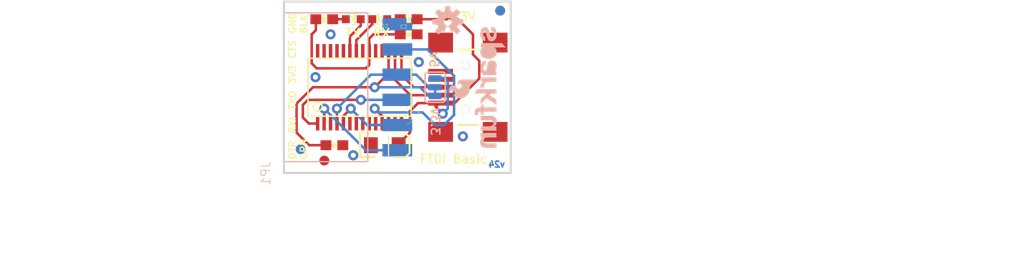
<source format=kicad_pcb>
(kicad_pcb (version 20211014) (generator pcbnew)
  (layers (0 "F.Cu" signal) (31 "B.Cu" signal) (34 "B.Paste" user) (35 "F.Paste" user) (36 "B.SilkS" user "B.Silkscreen") (37 "F.SilkS" user "F.Silkscreen") (38 "B.Mask" user) (39 "F.Mask" user) (44 "Edge.Cuts" user))
  (net 0 "")
  (net 1 "GND")
  (net 2 "USB_D-")
  (net 3 "USB_D+")
  (net 4 "CTS")
  (net 5 "DTR")
  (net 6 "3.3V")
  (net 7 "TXLED")
  (net 8 "RXLED")
  (net 9 "N$1")
  (net 10 "N$2")
  (net 11 "TXO")
  (net 12 "RXI")
  (net 13 "POWER")
  (net 14 "5V")
  (footprint "boardEagle:LED-0603" (layer "F.Cu") (at 146.7231 98.1456 90)
    (fp_text reference "LED2" (at -0.6985 0.889) (layer "F.SilkS") (effects (font (size 0.376489 0.376489) (thickness 0.029911)) (justify right)))
    (fp_text value "Green")
    (fp_line (start 0 -0.17) (end 0.2338 0.14) (layer "F.SilkS") (width 0.2032))
    (fp_line (start 0.46 -0.17) (end 0 -0.17) (layer "F.SilkS") (width 0.2032))
    (fp_line (start -0.0254 -0.1546) (end -0.2184 0.14) (layer "F.SilkS") (width 0.2032))
    (fp_line (start -0.46 -0.17) (end 0 -0.17) (layer "F.SilkS") (width 0.2032))
    (pad "A" smd rect (at 0 0.75 90) (size 0.8 0.8) (layers "F.Cu" "F.Paste" "F.Mask") (net 10 "N$2"))
    (pad "C" smd rect (at 0 -0.75 90) (size 0.8 0.8) (layers "F.Cu" "F.Paste" "F.Mask") (net 8 "RXLED"))
  )
  (footprint "boardEagle:CREATIVE_COMMONS" (layer "F.Cu") (at 128.764644 123.7996)
    (fp_text reference "FRAME1" hide)
    (fp_text value "FRAME-LETTER" hide)
  )
  (footprint "boardEagle:LED-0603" (layer "F.Cu") (at 144.0561 98.1456 -90)
    (fp_text reference "LED1" (at -0.6985 0.889) (layer "F.SilkS") (effects (font (size 0.376489 0.376489) (thickness 0.029911)) (justify left)))
    (fp_text value "Red")
    (fp_line (start 0 -0.17) (end 0.2338 0.14) (layer "F.SilkS") (width 0.2032))
    (fp_line (start -0.46 -0.17) (end 0 -0.17) (layer "F.SilkS") (width 0.2032))
    (fp_line (start -0.0254 -0.1546) (end -0.2184 0.14) (layer "F.SilkS") (width 0.2032))
    (fp_line (start 0.46 -0.17) (end 0 -0.17) (layer "F.SilkS") (width 0.2032))
    (pad "A" smd rect (at 0 0.75 270) (size 0.8 0.8) (layers "F.Cu" "F.Paste" "F.Mask") (net 9 "N$1"))
    (pad "C" smd rect (at 0 -0.75 270) (size 0.8 0.8) (layers "F.Cu" "F.Paste" "F.Mask") (net 7 "TXLED"))
  )
  (footprint "boardEagle:FIDUCIAL-1X2" (layer "F.Cu") (at 158.8643 97.282)
    (fp_text reference "JP4" hide)
    (fp_text value "FIDUCIAL1X2" hide)
    (pad "1" smd roundrect (at 0 0) (size 1 1) (layers "F.Cu" "F.Mask") (roundrect_rratio 0.5))
  )
  (footprint "boardEagle:EIA3216" (layer "F.Cu") (at 147.2311 110.8456)
    (fp_text reference "C5" (at -2.54 -1.381) (layer "F.SilkS") (effects (font (size 0.376489 0.376489) (thickness 0.029911)) (justify left)))
    (fp_text value "10uF")
    (fp_line (start -2.5 1.2) (end -2.5 -1.2) (layer "F.SilkS") (width 0.2032))
    (fp_line (start 2.1 -1.2) (end 1 -1.2) (layer "F.SilkS") (width 0.2032))
    (fp_line (start 0.381 -1.016) (end 0.381 1.016) (layer "F.SilkS") (width 0.127))
    (fp_line (start 2.5 0.8) (end 2.5 -0.8) (layer "F.SilkS") (width 0.2032))
    (fp_line (start 1 1.2) (end 2.1 1.2) (layer "F.SilkS") (width 0.2032))
    (fp_line (start -2.5 -1.2) (end -1 -1.2) (layer "F.SilkS") (width 0.2032))
    (fp_line (start -1 1.2) (end -2.5 1.2) (layer "F.SilkS") (width 0.2032))
    (fp_line (start 2.5 -0.8) (end 2.1 -1.2) (layer "F.SilkS") (width 0.2032))
    (fp_line (start 2.1 1.2) (end 2.5 0.8) (layer "F.SilkS") (width 0.2032))
    (pad "A" smd rect (at 1.4 0 90) (size 1.6 1.4) (layers "F.Cu" "F.Paste" "F.Mask") (net 14 "5V"))
    (pad "C" smd rect (at -1.4 0 90) (size 1.6 1.4) (layers "F.Cu" "F.Paste" "F.Mask") (net 1 "GND"))
  )
  (footprint "boardEagle:0603-CAP" (layer "F.Cu") (at 149.6441 99.6696)
    (fp_text reference "C2" (at -0.889 -0.762) (layer "F.SilkS") (effects (font (size 0.376489 0.376489) (thickness 0.029911)) (justify left)))
    (fp_text value "0.1uF")
    (fp_line (start 0 -0.0305) (end 0 0.0305) (layer "F.SilkS") (width 0.5588))
    (pad "1" smd rect (at -0.85 0) (size 1.1 1) (layers "F.Cu" "F.Paste" "F.Mask") (net 14 "5V"))
    (pad "2" smd rect (at 0.85 0) (size 1.1 1) (layers "F.Cu" "F.Paste" "F.Mask") (net 1 "GND"))
  )
  (footprint "boardEagle:FIDUCIAL-1X2" (layer "F.Cu") (at 141.1351 112.395)
    (fp_text reference "JP3" hide)
    (fp_text value "FIDUCIAL1X2" hide)
    (pad "1" smd roundrect (at 0 0) (size 1 1) (layers "F.Cu" "F.Mask") (roundrect_rratio 0.5))
  )
  (footprint "boardEagle:SSOP28DB" (layer "F.Cu") (at 144.6911 105.0036)
    (fp_text reference "U1" (at -3.81 -1.27) (layer "F.SilkS") (effects (font (size 0.373888 0.373888) (thickness 0.032512)) (justify left bottom)))
    (fp_text value "FT232RLSSOP")
    (fp_line (start -5.2 2.925) (end -5.2 -2.925) (layer "F.SilkS") (width 0.1524))
    (fp_line (start -5.2 -2.925) (end 5.2 -2.925) (layer "F.SilkS") (width 0.1524))
    (fp_line (start 5.2 2.925) (end -5.2 2.925) (layer "F.SilkS") (width 0.1524))
    (fp_line (start 5.2 -2.925) (end 5.2 2.925) (layer "F.SilkS") (width 0.1524))
    (fp_circle (center -4.225 1.95) (end -3.7654 1.95) (layer "F.SilkS") (width 0.1524) (fill none))
    (pad "1" smd rect (at -4.225 3.656) (size 0.348 1.397) (layers "F.Cu" "F.Paste" "F.Mask") (net 11 "TXO"))
    (pad "2" smd rect (at -3.575 3.656) (size 0.348 1.397) (layers "F.Cu" "F.Paste" "F.Mask") (net 5 "DTR"))
    (pad "3" smd rect (at -2.925 3.656) (size 0.348 1.397) (layers "F.Cu" "F.Paste" "F.Mask"))
    (pad "4" smd rect (at -2.275 3.656) (size 0.348 1.397) (layers "F.Cu" "F.Paste" "F.Mask") (net 13 "POWER"))
    (pad "5" smd rect (at -1.625 3.656) (size 0.348 1.397) (layers "F.Cu" "F.Paste" "F.Mask") (net 12 "RXI"))
    (pad "6" smd rect (at -0.975 3.656) (size 0.348 1.397) (layers "F.Cu" "F.Paste" "F.Mask"))
    (pad "7" smd rect (at -0.325 3.656) (size 0.348 1.397) (layers "F.Cu" "F.Paste" "F.Mask") (net 1 "GND"))
    (pad "8" smd rect (at 0.325 3.656) (size 0.348 1.397) (layers "F.Cu" "F.Paste" "F.Mask"))
    (pad "9" smd rect (at 0.975 3.656) (size 0.348 1.397) (layers "F.Cu" "F.Paste" "F.Mask"))
    (pad "10" smd rect (at 1.625 3.656) (size 0.348 1.397) (layers "F.Cu" "F.Paste" "F.Mask"))
    (pad "11" smd rect (at 2.275 3.656) (size 0.348 1.397) (layers "F.Cu" "F.Paste" "F.Mask") (net 4 "CTS"))
    (pad "12" smd rect (at 2.925 3.656) (size 0.348 1.397) (layers "F.Cu" "F.Paste" "F.Mask"))
    (pad "13" smd rect (at 3.575 3.656) (size 0.348 1.397) (layers "F.Cu" "F.Paste" "F.Mask"))
    (pad "14" smd rect (at 4.225 3.656) (size 0.348 1.397) (layers "F.Cu" "F.Paste" "F.Mask"))
    (pad "15" smd rect (at 4.225 -3.656) (size 0.348 1.397) (layers "F.Cu" "F.Paste" "F.Mask") (net 3 "USB_D+"))
    (pad "16" smd rect (at 3.575 -3.656) (size 0.348 1.397) (layers "F.Cu" "F.Paste" "F.Mask") (net 2 "USB_D-"))
    (pad "17" smd rect (at 2.925 -3.656) (size 0.348 1.397) (layers "F.Cu" "F.Paste" "F.Mask") (net 6 "3.3V"))
    (pad "18" smd rect (at 2.275 -3.656) (size 0.348 1.397) (layers "F.Cu" "F.Paste" "F.Mask") (net 1 "GND"))
    (pad "19" smd rect (at 1.625 -3.656) (size 0.348 1.397) (layers "F.Cu" "F.Paste" "F.Mask"))
    (pad "20" smd rect (at 0.975 -3.656) (size 0.348 1.397) (layers "F.Cu" "F.Paste" "F.Mask") (net 14 "5V"))
    (pad "21" smd rect (at 0.325 -3.656) (size 0.348 1.397) (layers "F.Cu" "F.Paste" "F.Mask") (net 1 "GND"))
    (pad "22" smd rect (at -0.325 -3.656) (size 0.348 1.397) (layers "F.Cu" "F.Paste" "F.Mask") (net 8 "RXLED"))
    (pad "23" smd rect (at -0.975 -3.656) (size 0.348 1.397) (layers "F.Cu" "F.Paste" "F.Mask") (net 7 "TXLED"))
    (pad "24" smd rect (at -1.625 -3.656) (size 0.348 1.397) (layers "F.Cu" "F.Paste" "F.Mask"))
    (pad "25" smd rect (at -2.275 -3.656) (size 0.348 1.397) (layers "F.Cu" "F.Paste" "F.Mask") (net 1 "GND"))
    (pad "26" smd rect (at -2.925 -3.656) (size 0.348 1.397) (layers "F.Cu" "F.Paste" "F.Mask") (net 1 "GND"))
    (pad "27" smd rect (at -3.575 -3.656) (size 0.348 1.397) (layers "F.Cu" "F.Paste" "F.Mask"))
    (pad "28" smd rect (at -4.225 -3.656) (size 0.348 1.397) (layers "F.Cu" "F.Paste" "F.Mask"))
  )
  (footprint "boardEagle:0603-CAP" (layer "F.Cu") (at 142.1511 110.8456)
    (fp_text reference "C1" (at -0.889 -0.762) (layer "F.SilkS") (effects (font (size 0.376489 0.376489) (thickness 0.029911)) (justify left)))
    (fp_text value "0.1uF")
    (fp_line (start 0 -0.0305) (end 0 0.0305) (layer "F.SilkS") (width 0.5588))
    (pad "1" smd rect (at -0.85 0) (size 1.1 1) (layers "F.Cu" "F.Paste" "F.Mask") (net 6 "3.3V"))
    (pad "2" smd rect (at 0.85 0) (size 1.1 1) (layers "F.Cu" "F.Paste" "F.Mask") (net 1 "GND"))
  )
  (footprint "boardEagle:USB-MINIB-NOSTOP" (layer "F.Cu") (at 155.3591 105.0036 180)
    (fp_text reference "X2" (at 5.2275 -1.5875 90) (layer "F.SilkS") (effects (font (size 1.240089 1.240089) (thickness 0.029911)) (justify right)))
    (fp_text value "USB-SMD-NS" hide)
    (fp_line (start 3.3 2.2) (end 3.3 3.1) (layer "F.SilkS") (width 0.2032))
    (fp_line (start -1.3 -3.8) (end 0.8 -3.8) (layer "F.SilkS") (width 0.2032))
    (fp_line (start 3.3 -3.1) (end 3.3 -2.2) (layer "F.SilkS") (width 0.2032))
    (fp_line (start 0.8 3.8) (end -1.3 3.8) (layer "F.SilkS") (width 0.2032))
    (pad "D+" smd rect (at 2.5 0 180) (size 2.5 0.5) (layers "F.Cu" "F.Paste" "F.Mask") (net 3 "USB_D+"))
    (pad "D-" smd rect (at 2.5 -0.8 180) (size 2.5 0.5) (layers "F.Cu" "F.Paste" "F.Mask") (net 2 "USB_D-"))
    (pad "G1" smd rect (at -3 4.5 180) (size 2.5 2) (layers "F.Cu" "F.Paste" "F.Mask"))
    (pad "G2" smd rect (at -3 -4.5 180) (size 2.5 2) (layers "F.Cu" "F.Paste" "F.Mask"))
    (pad "G3" smd rect (at 2.5 -4.5 180) (size 2.5 2) (layers "F.Cu" "F.Paste" "F.Mask"))
    (pad "G4" smd rect (at 2.5 4.5 180) (size 2.5 2) (layers "F.Cu" "F.Paste" "F.Mask"))
    (pad "GND" smd rect (at 2.5 1.6 180) (size 2.5 0.5) (layers "F.Cu" "F.Paste" "F.Mask") (net 1 "GND"))
    (pad "H1" thru_hole circle (at 0 -2.2 180) (size 0.8 0.8) (drill 0.9) (layers *.Cu))
    (pad "H2" thru_hole circle (at 0 2.2 180) (size 0.7874 0.7874) (drill 0.9) (layers *.Cu))
    (pad "ID" smd rect (at 2.5 0.8 180) (size 2.5 0.5) (layers "F.Cu" "F.Paste" "F.Mask"))
    (pad "VBUS" smd rect (at 2.5 -1.6 180) (size 2.5 0.5) (layers "F.Cu" "F.Paste" "F.Mask") (net 14 "5V"))
  )
  (footprint "boardEagle:0603-RES" (layer "F.Cu") (at 149.6441 98.1456)
    (fp_text reference "R2" (at -0.889 -0.6985) (layer "F.SilkS") (effects (font (size 0.376489 0.376489) (thickness 0.029911)) (justify left)))
    (fp_text value "1K")
    (fp_poly (pts (xy -0.2286 0.381) (xy 0.2286 0.381) (xy 0.2286 -0.381) (xy -0.2286 -0.381)) (layer "F.SilkS") (width 0) (fill solid))
    (pad "1" smd rect (at -0.85 0) (size 1.1 1) (layers "F.Cu" "F.Paste" "F.Mask") (net 10 "N$2"))
    (pad "2" smd rect (at 0.85 0) (size 1.1 1) (layers "F.Cu" "F.Paste" "F.Mask") (net 14 "5V"))
  )
  (footprint "boardEagle:0603-RES" (layer "F.Cu") (at 141.1351 98.1456 180)
    (fp_text reference "R1" (at -0.889 -0.6985) (layer "F.SilkS") (effects (font (size 0.376489 0.376489) (thickness 0.029911)) (justify right)))
    (fp_text value "1K")
    (fp_poly (pts (xy -0.2286 0.381) (xy 0.2286 0.381) (xy 0.2286 -0.381) (xy -0.2286 -0.381)) (layer "F.SilkS") (width 0) (fill solid))
    (pad "1" smd rect (at -0.85 0 180) (size 1.1 1) (layers "F.Cu" "F.Paste" "F.Mask") (net 9 "N$1"))
    (pad "2" smd rect (at 0.85 0 180) (size 1.1 1) (layers "F.Cu" "F.Paste" "F.Mask") (net 14 "5V"))
  )
  (footprint "boardEagle:SFE-NEW-WEB" (layer "B.Cu") (at 159.4231 98.9076 -90)
    (fp_text reference "U$2" hide)
    (fp_text value "LOGO-SFENW2" hide)
    (fp_line (start 12.1818 2.0091) (end 12.1818 0.955) (layer "B.SilkS") (width 0.0254))
    (fp_line (start 12.1818 0.955) (end 11.7729 0.955) (layer "B.SilkS") (width 0.0254))
    (fp_line (start 11.1201 2.5171) (end 11.1201 2.2962) (layer "B.SilkS") (width 0.0254))
    (fp_line (start 11.1201 2.2962) (end 11.1277 2.2962) (layer "B.SilkS") (width 0.0254))
    (fp_line (start 10.7163 2.5171) (end 11.1201 2.5171) (layer "B.SilkS") (width 0.0254))
    (fp_line (start 11.7729 0.955) (end 11.7729 1.9202) (layer "B.SilkS") (width 0.0254))
    (fp_line (start 11.1379 0.9449) (end 10.7163 0.9449) (layer "B.SilkS") (width 0.0254))
    (fp_line (start 11.1379 1.8136) (end 11.1379 0.9449) (layer "B.SilkS") (width 0.0254))
    (fp_line (start 10.7163 0.9449) (end 10.7163 2.5171) (layer "B.SilkS") (width 0.0254))
    (fp_arc (start 11.1277 2.2962) (mid 11.137379 2.298176) (end 11.1455 2.3038) (layer "B.SilkS") (width 0.0254))
    (fp_arc (start 12.1488 2.232699) (mid 12.104013 2.336521) (end 12.0345 2.4257) (layer "B.SilkS") (width 0.0254))
    (fp_arc (start 11.1862 2.3571) (mid 11.172158 2.338081) (end 11.1582 2.319) (layer "B.SilkS") (width 0.0254))
    (fp_arc (start 11.5672 2.5552) (mid 11.411238 2.523841) (end 11.2725 2.446) (layer "B.SilkS") (width 0.0254))
    (fp_arc (start 11.7145 2.1311) (mid 11.664346 2.1894) (end 11.5976 2.2276) (layer "B.SilkS") (width 0.0254))
    (fp_arc (start 11.7678 2.5502) (mid 11.667584 2.556058) (end 11.5672 2.5552) (layer "B.SilkS") (width 0.0254))
    (fp_arc (start 11.7729 1.9202) (mid 11.758038 2.02962) (end 11.7145 2.1311) (layer "B.SilkS") (width 0.0254))
    (fp_arc (start 11.1379 1.8821) (mid 11.137681 1.84785) (end 11.1379 1.8136) (layer "B.SilkS") (width 0.0254))
    (fp_arc (start 12.0345 2.425699) (mid 11.911985 2.51116) (end 11.7678 2.5502) (layer "B.SilkS") (width 0.0254))
    (fp_arc (start 11.4198 2.2327) (mid 11.475702 2.235165) (end 11.5316 2.2377) (layer "B.SilkS") (width 0.0254))
    (fp_arc (start 11.1684 2.0396) (mid 11.146105 1.962214) (end 11.1379 1.8821) (layer "B.SilkS") (width 0.0254))
    (fp_arc (start 11.2598 2.1692) (mid 11.206137 2.110016) (end 11.1684 2.0396) (layer "B.SilkS") (width 0.0254))
    (fp_arc (start 12.1818 2.0091) (mid 12.172765 2.122002) (end 12.1488 2.2327) (layer "B.SilkS") (width 0.0254))
    (fp_arc (start 11.5976 2.2276) (mid 11.565101 2.235925) (end 11.5316 2.2377) (layer "B.SilkS") (width 0.0254))
    (fp_arc (start 11.1455 2.3038) (mid 11.152103 2.311188) (end 11.1582 2.319) (layer "B.SilkS") (width 0.0254))
    (fp_arc (start 11.4198 2.2327) (mid 11.334441 2.214452) (end 11.259799 2.1692) (layer "B.SilkS") (width 0.0254))
    (fp_arc (start 11.2725 2.446) (mid 11.226399 2.404414) (end 11.1862 2.3571) (layer "B.SilkS") (width 0.0254))
    (fp_poly (pts (xy 0.803285 2.567895) (xy 0.944243 2.553799) (xy 1.081508 2.516334) (xy 1.193542 2.461399) (xy 1.291841 2.383865) (xy 1.357039 2.297824) (xy 1.377068 2.257603) (xy 1.393653 2.216867) (xy 1.417283 2.151914) (xy 1.353784 2.105111) (xy 1.152335 2.254241) (xy 0.736496 2.387002) (xy 0.372563 2.277101) (xy 0.417885 2.019712) (xy 1.241556 1.540676) (xy 1.263422 1.497067) (xy 1.147655 1.152457) (xy 0.724605 1.058492) (xy -0.038666 1.4605) (xy 0.4115 1.4605) (xy 0.4115 1.443466) (xy 0.420402 1.369907) (xy 0.454647 1.305856) (xy 0.524204 1.243359) (xy 0.610838 1.206018) (xy 0.637726 1.200933) (xy 0.665996 1.198897) (xy 0.7328 1.198389) (xy 0.79791 1.198884) (xy 0.968129 1.258019) (xy 1.007666 1.302193) (xy 1.028603 1.358428) (xy 1.025789 1.425439) (xy 0.995864 1.485288) (xy 0.943734 1.527918) (xy 0.715431 1.605731) (xy 0.533161 1.644154) (xy 0.351479 1.692254) (xy 0.230117 1.743632) (xy 0.122357 1.822697) (xy 0.0457 1.960096) (xy 0.0457 1.963141) (xy 0.038572 2.135467) (xy 0.0838 2.300409) (xy 0.0838 2.303445) (xy 0.206233 2.444416) (xy 0.620397 2.567885) (xy 0.71245 2.568634)) (layer "B.SilkS") (width 0) (fill solid))
    (fp_poly (pts (xy 2.834651 2.506079) (xy 2.92707 2.450683) (xy 3.011605 2.383731) (xy 3.1267 2.221709) (xy 3.1267 2.263503) (xy 3.219434 1.972794) (xy 3.236098 1.526727) (xy 3.068933 1.135798) (xy 2.975978 1.041462) (xy 2.864973 0.970996) (xy 2.740356 0.92713) (xy 2.372489 0.922) (xy 2.370226 0.922) (xy 2.254471 0.962806) (xy 2.0828 1.127587) (xy 2.0828 -0.010757) (xy 1.6434 0.385552) (xy 1.6434 2.45912) (xy 2.057593 2.537568) (xy 2.055012 2.330538) (xy 2.068304 2.345345) (xy 2.15812 2.442839) (xy 2.234107 2.497896) (xy 2.368681 2.552194) (xy 2.419192 2.562883) (xy 2.620347 2.565422)) (layer "B.SilkS") (width 0) (fill solid))
    (fp_poly (pts (xy 11.770768 2.56283) (xy 12.043428 2.435548) (xy 12.160999 2.237024) (xy 12.1945 2.010032) (xy 12.1945 0.9423) (xy 11.7602 0.9423) (xy 11.7602 1.918474) (xy 11.70302 2.124971) (xy 11.656141 2.179464) (xy 11.593345 2.215403) (xy 11.53092 2.224956) (xy 11.476269 2.222478) (xy 11.422495 2.220106) (xy 11.268 2.158791) (xy 11.18035 2.034508) (xy 11.1506 1.880883) (xy 11.1506 0.9322) (xy 10.7036 0.9322) (xy 10.7036 2.5298) (xy 11.1328 2.5298) (xy 11.1328 2.310454) (xy 11.136857 2.313263) (xy 11.148195 2.326834) (xy 11.161924 2.345602) (xy 11.176241 2.364992) (xy 11.217267 2.413279) (xy 11.265048 2.456381) (xy 11.406772 2.535896) (xy 11.566093 2.567932)) (layer "B.SilkS") (width 0) (fill solid))
    (fp_poly (pts (xy 6.1316 2.557116) (xy 6.1316 2.1463) (xy 6.115783 2.1463) (xy 6.10653 2.147054) (xy 6.097893 2.149211) (xy 6.068387 2.157247) (xy 6.038922 2.161538) (xy 5.96265 2.16474) (xy 5.887609 2.16159) (xy 5.731931 2.107297) (xy 5.637642 2.018651) (xy 5.577302 1.903423) (xy 5.5499 1.736362) (xy 5.5499 0.9423) (xy 5.107878 0.9423) (xy 5.110519 2.454146) (xy 5.522 2.527255) (xy 5.522 2.234211) (xy 5.526569 2.235704) (xy 5.544428 2.262537) (xy 5.578841 2.314524) (xy 5.613758 2.367854) (xy 5.686736 2.438162) (xy 5.778008 2.498223) (xy 5.979984 2.565515)) (layer "B.SilkS") (width 0) (fill solid))
    (fp_poly (pts (xy 1.201557 2.290098) (xy 1.414074 2.156268) (xy 1.42383 2.065) (xy 1.01008 2.065) (xy 1.00135 2.126336) (xy 0.936084 2.220524) (xy 0.871818 2.257603) (xy 0.798545 2.2758) (xy 0.628591 2.2758) (xy 0.583991 2.267366) (xy 0.541641 2.251683) (xy 0.51157 2.232098) (xy 0.488615 2.205726) (xy 0.469153 2.152745) (xy 0.474605 2.097619) (xy 0.521549 2.031824) (xy 0.664468 1.962838) (xy 0.866638 1.922444) (xy 1.206678 1.822687) (xy 1.354318 1.729494) (xy 1.389578 1.692366) (xy 1.416579 1.648151) (xy 1.460229 1.440208) (xy 1.447804 1.4376) (xy 1.460484 1.436955) (xy 1.457817 1.384541) (xy 1.452657 1.33034) (xy 1.371775 1.140043) (xy 1.14885 0.969822) (xy 1.013381 0.927267) (xy 0.74708 0.904177) (xy 0.617383 0.909691) (xy 0.487493 0.922202) (xy 0.306845 0.984179) (xy 0.185213 1.061804) (xy 0.109225 1.132023) (xy 0.056988 1.2215) (xy 0.013059 1.350644) (xy 0.002577 1.410659) (xy -0.00152 1.469003) (xy 0.738195 1.10308) (xy 1.120535 1.189415) (xy 1.224069 1.497645) (xy 0.809011 1.723764) (xy 0.364394 1.98847) (xy 0.308075 2.310537) (xy 0.741882 2.423672)) (layer "B.SilkS") (width 0) (fill solid))
    (fp_poly (pts (xy 9.4234 1.520809) (xy 9.472888 1.359974) (xy 9.516069 1.308185) (xy 9.573108 1.271734) (xy 9.714103 1.241374) (xy 9.853529 1.268908) (xy 10.003067 1.442966) (xy 10.033 1.684784) (xy 10.033 2.5273) (xy 10.48 2.5273) (xy 10.48 0.9398) (xy 10.0533 0.9398) (xy 10.0533 1.159713) (xy 9.961626 1.051965) (xy 9.823848 0.946774) (xy 9.797269 0.933513) (xy 9.76873 0.924761) (xy 9.46843 0.899096) (xy 9.311419 0.929258) (xy 9.173895 1.0008) (xy 9.172522 1.0008) (xy 9.155194 1.014756) (xy 9.141833 1.028106) (xy 9.055991 1.150842) (xy 9.0022 1.291099) (xy 8.984 1.439423) (xy 8.984 2.5324) (xy 9.4234 2.5324)) (layer "B.SilkS") (width 0) (fill solid))
    (fp_poly (pts (xy 6.7335 1.97376) (xy 7.284539 2.5248) (xy 7.78835 2.5248) (xy 7.197009 1.946483) (xy 7.869909 0.937183) (xy 7.330929 0.939835) (xy 6.903958 1.643716) (xy 6.7386 1.483032) (xy 6.7386 0.9296) (xy 6.306639 0.9296) (xy 6.2941 0.942139) (xy 6.2941 2.887776) (xy 6.7335 3.138467)) (layer "B.SilkS") (width 0) (fill solid))
    (fp_poly (pts (xy 8.809435 3.119895) (xy 8.875117 3.1166) (xy 8.89 3.1166) (xy 8.89 2.7889) (xy 8.869112 2.7889) (xy 8.841108 2.7915) (xy 8.660351 2.7915) (xy 8.587936 2.740064) (xy 8.571192 2.699602) (xy 8.5649 2.653436) (xy 8.5649 2.5273) (xy 8.8621 2.5273) (xy 8.8621 2.2352) (xy 8.5623 2.2352) (xy 8.5623 0.9322) (xy 8.1204 0.9322) (xy 8.1204 2.232779) (xy 7.70383 2.235391) (xy 7.995739 2.5273) (xy 8.1255 2.5273) (xy 8.1255 2.560826) (xy 8.143432 2.77702) (xy 8.219199 2.938937) (xy 8.324367 3.032939) (xy 8.449534 3.095959) (xy 8.586403 3.1242) (xy 8.743112 3.1242)) (layer "B.SilkS") (width 0) (fill solid))
    (fp_poly (pts (xy 4.444983 2.544915) (xy 4.588724 2.501712) (xy 4.72259 2.430523) (xy 4.844814 2.271666) (xy 4.859671 2.1819) (xy 4.8616 2.1819) (xy 4.8616 1.6891) (xy 4.864173 1.6891) (xy 4.861603 1.242544) (xy 4.871819 1.108765) (xy 4.906709 0.979276) (xy 4.920484 0.9423) (xy 4.495275 0.9423) (xy 4.477494 0.951279) (xy 4.472002 0.970735) (xy 4.468249 0.985133) (xy 4.446292 1.084946) (xy 4.440321 1.089528) (xy 4.438946 1.088886) (xy 4.309064 0.98859) (xy 4.153188 0.927249) (xy 3.824183 0.906712) (xy 3.683825 0.938256) (xy 3.554173 1.000134) (xy 3.486826 1.05665) (xy 3.437273 1.130532) (xy 3.3807 1.444163) (xy 3.3807 1.446675) (xy 3.401941 1.543624) (xy 3.446308 1.632822) (xy 3.527788 1.722902) (xy 3.632416 1.784766) (xy 3.937258 1.861632) (xy 4.048648 1.873601) (xy 4.159032 1.884616) (xy 4.224808 1.893434) (xy 4.289167 1.907055) (xy 4.336271 1.923637) (xy 4.379043 1.948303) (xy 4.407461 1.974391) (xy 4.413402 1.982997) (xy 4.4171 1.991455) (xy 4.4171 2.14983) (xy 4.358226 2.232254) (xy 4.254396 2.270917) (xy 4.188033 2.274326) (xy 4.120968 2.275774) (xy 4.006679 2.25395) (xy 3.883049 2.131716) (xy 3.8659 2.045941) (xy 3.8659 2.0295) (xy 3.429 2.0295) (xy 3.429 2.040006) (xy 3.418965 2.041638) (xy 3.439259 2.166448) (xy 3.491292 2.283494) (xy 3.571378 2.383462) (xy 3.674008 2.459597) (xy 3.791998 2.513469) (xy 3.916944 2.547448) (xy 4.18103 2.571338)) (layer "B.SilkS") (width 0) (fill solid))
  )
  (footprint "boardEagle:SJ_3" (layer "B.Cu") (at 152.3111 105.0036 -90)
    (fp_text reference "SJ2" (at -1.27 1.27 90) (layer "B.SilkS") (effects (font (size 0.373888 0.373888) (thickness 0.032512)) (justify left bottom mirror)))
    (fp_text value "")
    (fp_line (start -1.524 -0.762) (end -1.524 0.762) (layer "B.SilkS") (width 0.1524))
    (fp_line (start 1.524 -0.762) (end 1.524 0.762) (layer "B.SilkS") (width 0.1524))
    (fp_line (start 1.27 -1.016) (end -1.27 -1.016) (layer "B.SilkS") (width 0.1524))
    (fp_line (start -1.27 1.016) (end 1.27 1.016) (layer "B.SilkS") (width 0.1524))
    (fp_arc (start -1.524 -0.762) (mid -1.449605 -0.941605) (end -1.27 -1.016) (layer "B.SilkS") (width 0.1524))
    (fp_arc (start 1.524 0.762) (mid 1.449605 0.941605) (end 1.27 1.016) (layer "B.SilkS") (width 0.1524))
    (fp_arc (start -1.27 1.016) (mid -1.449605 0.941605) (end -1.524 0.762) (layer "B.SilkS") (width 0.1524))
    (fp_arc (start 1.27 -1.016) (mid 1.449605 -0.941605) (end 1.524 -0.762) (layer "B.SilkS") (width 0.1524))
    (pad "1" smd rect (at -0.889 0 270) (size 0.635 1.27) (layers "B.Cu" "B.Mask") (net 14 "5V"))
    (pad "2" smd rect (at 0 0 270) (size 0.635 1.27) (layers "B.Cu" "B.Mask") (net 13 "POWER"))
    (pad "3" smd rect (at 0.889 0 270) (size 0.635 1.27) (layers "B.Cu" "B.Mask") (net 6 "3.3V"))
  )
  (footprint "boardEagle:FIDUCIAL-1X2" (layer "B.Cu") (at 158.8643 97.282 180)
    (fp_text reference "JP6" hide)
    (fp_text value "FIDUCIAL1X2" hide)
    (pad "1" smd roundrect (at 0 0 180) (size 1 1) (layers "B.Cu" "B.Mask") (roundrect_rratio 0.5))
  )
  (footprint "boardEagle:FIDUCIAL-1X2" (layer "B.Cu") (at 138.7475 111.252 180)
    (fp_text reference "JP5" hide)
    (fp_text value "FIDUCIAL1X2" hide)
    (pad "1" smd roundrect (at 0 0 180) (size 1 1) (layers "B.Cu" "B.Mask") (roundrect_rratio 0.5))
  )
  (footprint "boardEagle:OSHW-LOGO-S" (layer "B.Cu") (at 153.5811 98.3996 180)
    (fp_text reference "LOGO1" hide)
    (fp_text value "OSHW-LOGOS" hide)
    (fp_poly (pts (xy 0.301647 1.061351) (xy 0.42347 1.022344) (xy 0.537177 0.963769) (xy 0.92862 1.282946) (xy 1.282946 0.92862) (xy 0.961035 0.533823) (xy 1.057046 0.302084) (xy 1.5638 0.250561) (xy 1.5638 -0.250561) (xy 1.057046 -0.302084) (xy 0.961035 -0.533823) (xy 1.282946 -0.92862) (xy 0.92862 -1.282946) (xy 0.537177 -0.96377) (xy 0.356601 -1.056794) (xy 0.088679 -0.410073) (xy 0.326262 -0.2176) (xy 0.373649 -0.121468) (xy 0.392729 -0.010339) (xy 0.379464 0.101634) (xy 0.334947 0.205229) (xy 0.262842 0.291918) (xy 0.169087 0.354561) (xy 0.061406 0.387999) (xy -0.051342 0.38948) (xy -0.159868 0.358881) (xy -0.255234 0.298724) (xy -0.329589 0.213962) (xy -0.376813 0.111569) (xy -0.392176 0.005767) (xy -0.322923 -0.222565) (xy -0.249312 -0.303773) (xy 0.091677 -0.5081) (xy -0.12929 -0.5081) (xy -0.355332 -1.053732) (xy -0.506597 -0.983577) (xy -0.538922 -0.965192) (xy -0.92862 -1.282946) (xy -1.282946 -0.92862) (xy -0.961035 -0.533823) (xy -1.057046 -0.302084) (xy -1.5638 -0.250561) (xy -1.5638 0.250561) (xy -1.057046 0.302084) (xy -0.961035 0.533823) (xy -1.282946 0.92862) (xy -0.92862 1.282946) (xy -0.533823 0.961035) (xy -0.302084 1.057046) (xy -0.250561 1.5638) (xy 0.250561 1.5638)) (layer "B.SilkS") (width 0) (fill solid))
  )
  (footprint "boardEagle:SFE-LOGO-FLAME" (layer "B.Cu") (at 156.5021 104.2416 -90)
    (fp_text reference "JP2" hide)
    (fp_text value "LOGO-SFESK" hide)
    (fp_poly (pts (xy 1.126002 2.808203) (xy 1.215449 2.785829) (xy 1.228477 2.780783) (xy 1.240149 2.774875) (xy 1.25686 2.766576) (xy 1.275552 2.759834) (xy 1.371694 2.7026) (xy 1.3793 2.7026) (xy 1.3793 2.6772) (xy 1.306833 2.6772) (xy 1.208418 2.657914) (xy 1.074855 2.495286) (xy 1.079365 2.436825) (xy 1.12809 2.341869) (xy 1.204666 2.265196) (xy 1.294069 2.200638) (xy 1.369348 2.168824) (xy 1.450737 2.171632) (xy 1.458864 2.174186) (xy 1.466257 2.177389) (xy 1.530514 2.236956) (xy 1.5368 2.259812) (xy 1.5368 2.377938) (xy 1.763707 2.148127) (xy 1.868186 1.856841) (xy 1.871603 1.856894) (xy 1.87806 1.650435) (xy 1.848857 1.45742) (xy 1.785308 1.272842) (xy 1.6663 1.061578) (xy 1.6663 1.080581) (xy 1.378131 0.80901) (xy 0.982239 0.6985) (xy 0.753005 0.6985) (xy 0.716201 0.692046) (xy 0.681776 0.679592) (xy 0.496322 0.541784) (xy -0.0126 -0.03091) (xy -0.0126 1.52077) (xy 0.060004 1.761967) (xy 0.168295 1.865489) (xy 0.307122 1.917522) (xy 0.4039 1.925089) (xy 0.499384 1.917623) (xy 0.55991 1.908099) (xy 0.557788 1.884433) (xy 0.522216 1.885242) (xy 0.501784 1.876141) (xy 0.420519 1.817154) (xy 0.400722 1.79067) (xy 0.390395 1.7285) (xy 0.400905 1.665229) (xy 0.421405 1.625174) (xy 0.452343 1.592685) (xy 0.546535 1.54355) (xy 0.652229 1.531742) (xy 0.742768 1.550084) (xy 0.82422 1.589656) (xy 0.92203 1.754659) (xy 0.907706 1.848844) (xy 0.850914 1.930401) (xy 0.584707 2.263237) (xy 0.561667 2.510855) (xy 0.627495 2.621556) (xy 0.629042 2.623103) (xy 0.778901 2.74712) (xy 1.032676 2.817064)) (layer "B.SilkS") (width 0) (fill solid))
  )
  (footprint "boardEagle:1X06-SMD-FEMALE-V2" (layer "B.Cu") (at 145.0721 105.0036 90)
    (fp_text reference "JP1" (at -7.4 -9.3 270) (layer "B.SilkS") (effects (font (size 0.92 0.92) (thickness 0.08)) (justify left bottom mirror)))
    (fp_text value "")
    (fp_line (start -7.5 0.45) (end -7.5 -8.05) (layer "B.SilkS") (width 0.127))
    (fp_line (start 7.5 -8.05) (end 7.5 0.45) (layer "B.SilkS") (width 0.127))
    (fp_line (start -7.5 -8.05) (end 7.5 -8.05) (layer "B.SilkS") (width 0.127))
    (fp_line (start 7.5 0.45) (end -7.5 0.45) (layer "B.SilkS") (width 0.127))
    (pad "1" smd rect (at 6.35 3.425 270) (size 1.25 3) (layers "B.Cu" "B.Paste" "B.Mask") (net 1 "GND"))
    (pad "2" smd rect (at 3.81 3.425 270) (size 1.25 3) (layers "B.Cu" "B.Paste" "B.Mask") (net 4 "CTS"))
    (pad "3" smd rect (at 1.27 3.425 270) (size 1.25 3) (layers "B.Cu" "B.Paste" "B.Mask") (net 13 "POWER"))
    (pad "4" smd rect (at -1.27 3.425 270) (size 1.25 3) (layers "B.Cu" "B.Paste" "B.Mask") (net 11 "TXO"))
    (pad "5" smd rect (at -3.81 3.425 270) (size 1.25 3) (layers "B.Cu" "B.Paste" "B.Mask") (net 12 "RXI"))
    (pad "6" smd rect (at -6.35 3.425 270) (size 1.25 3) (layers "B.Cu" "B.Paste" "B.Mask") (net 5 "DTR"))
  )
  (gr_line (start 137.0711 96.3676) (end 159.9311 96.3676) (layer "Edge.Cuts") (width 0.2032))
  (gr_line (start 159.9311 113.6396) (end 137.0711 113.6396) (layer "Edge.Cuts") (width 0.2032))
  (gr_line (start 137.0711 113.6396) (end 137.0711 96.3676) (layer "Edge.Cuts") (width 0.2032))
  (gr_line (start 159.9311 96.3676) (end 159.9311 113.6396) (layer "Edge.Cuts") (width 0.2032))
  (gr_text "v24" (at 159.4231 113.1316) (layer "B.Cu") (effects (font (size 0.6096 0.6096) (thickness 0.2032)) (justify left bottom mirror)))
  (gr_text "5V" (at 151.6761 103.0986 -90) (layer "B.SilkS") (effects (font (size 0.8636 0.8636) (thickness 0.1524)) (justify left bottom mirror)))
  (gr_text "3.3V" (at 151.8031 109.9566 -90) (layer "B.SilkS") (effects (font (size 0.8636 0.8636) (thickness 0.1524)) (justify left bottom mirror)))
  (gr_text "BLK" (at 139.4841 99.6696 90) (layer "F.SilkS") (effects (font (size 0.69088 0.69088) (thickness 0.12192)) (justify left bottom)))
  (gr_text "FTDI Basic" (at 150.6601 112.7506) (layer "F.SilkS") (effects (font (size 0.8636 0.8636) (thickness 0.1524)) (justify left bottom)))
  (gr_text "GND" (at 138.3411 99.6696 90) (layer "F.SilkS") (effects (font (size 0.69088 0.69088) (thickness 0.12192)) (justify left bottom)))
  (gr_text "3.3V" (at 153.4541 98.3996) (layer "F.SilkS") (effects (font (size 0.8636 0.8636) (thickness 0.1524)) (justify left bottom)))
  (gr_text "GRN" (at 139.4841 112.3696 90) (layer "F.SilkS") (effects (font (size 0.69088 0.69088) (thickness 0.12192)) (justify left bottom)))
  (gr_text "RX" (at 145.9611 100.0506) (layer "F.SilkS") (effects (font (size 0.8636 0.8636) (thickness 0.1524)) (justify left bottom)))
  (gr_text "TX" (at 143.1671 100.0506) (layer "F.SilkS") (effects (font (size 0.8636 0.8636) (thickness 0.1524)) (justify left bottom)))
  (gr_text "CTS" (at 138.3157 102.2096 90) (layer "F.SilkS") (effects (font (size 0.69088 0.69088) (thickness 0.12192)) (justify left bottom)))
  (gr_text "RXI" (at 138.3411 109.7534 90) (layer "F.SilkS") (effects (font (size 0.69088 0.69088) (thickness 0.12192)) (justify left bottom)))
  (gr_text "TXO" (at 138.3411 107.3404 90) (layer "F.SilkS") (effects (font (size 0.69088 0.69088) (thickness 0.12192)) (justify left bottom)))
  (gr_text "3V3" (at 138.3411 104.775 90) (layer "F.SilkS") (effects (font (size 0.69088 0.69088) (thickness 0.12192)) (justify left bottom)))
  (gr_text "DTR" (at 138.3411 112.3696 90) (layer "F.SilkS") (effects (font (size 0.69088 0.69088) (thickness 0.12192)) (justify left bottom)))
  (via (at 144.0561 111.8616) (size 1.016) (drill 0.508) (layers "F.Cu" "B.Cu") (net 1))
  (via (at 141.7701 99.6696) (size 1.016) (drill 0.508) (layers "F.Cu" "B.Cu") (net 1))
  (via (at 140.2461 103.9876) (size 1.016) (drill 0.508) (layers "F.Cu" "B.Cu") (net 1))
  (via (at 155.1051 109.9566) (size 1.016) (drill 0.508) (layers "F.Cu" "B.Cu") (net 1))
  (via (at 150.6601 102.4636) (size 1.016) (drill 0.508) (layers "F.Cu" "B.Cu") (net 1))
  (segment (start 148.2661 104.2606) (end 149.8091 105.8036) (width 0.254) (layer "F.Cu") (net 2))
  (segment (start 148.2661 104.2606) (end 148.2661 101.3476) (width 0.254) (layer "F.Cu") (net 2))
  (segment (start 149.8091 105.8036) (end 152.8591 105.8036) (width 0.254) (layer "F.Cu") (net 2))
  (segment (start 148.9161 103.7676) (end 150.1521 105.0036) (width 0.254) (layer "F.Cu") (net 3))
  (segment (start 148.9161 103.7676) (end 148.9161 101.3476) (width 0.254) (layer "F.Cu") (net 3))
  (segment (start 150.1521 105.0036) (end 152.8591 105.0036) (width 0.254) (layer "F.Cu") (net 3))
  (segment (start 146.9661 107.9136) (end 146.2151 107.1626) (width 0.254) (layer "F.Cu") (net 4))
  (segment (start 146.9661 108.6596) (end 146.9661 107.9136) (width 0.254) (layer "F.Cu") (net 4))
  (via (at 146.2151 107.1626) (size 1.016) (drill 0.508) (layers "F.Cu" "B.Cu") (net 4))
  (segment (start 146.5961 107.5436) (end 151.0411 107.5436) (width 0.254) (layer "B.Cu") (net 4))
  (segment (start 154.2161 103.8606) (end 151.5491 101.1936) (width 0.254) (layer "B.Cu") (net 4))
  (segment (start 151.5491 101.1936) (end 148.4971 101.1936) (width 0.254) (layer "B.Cu") (net 4))
  (segment (start 153.2001 108.8136) (end 154.2161 107.7976) (width 0.254) (layer "B.Cu") (net 4))
  (segment (start 154.2161 107.7976) (end 154.2161 103.8606) (width 0.254) (layer "B.Cu") (net 4))
  (segment (start 151.0411 107.5436) (end 152.3111 108.8136) (width 0.254) (layer "B.Cu") (net 4))
  (segment (start 152.3111 108.8136) (end 153.2001 108.8136) (width 0.254) (layer "B.Cu") (net 4))
  (segment (start 146.2151 107.1626) (end 146.5961 107.5436) (width 0.254) (layer "B.Cu") (net 4))
  (segment (start 141.1161 108.6596) (end 141.1351 108.6406) (width 0.254) (layer "F.Cu") (net 5))
  (segment (start 141.1351 108.6406) (end 141.1351 107.1626) (width 0.254) (layer "F.Cu") (net 5))
  (via (at 141.1351 107.1626) (size 1.016) (drill 0.508) (layers "F.Cu" "B.Cu") (net 5))
  (segment (start 141.1351 107.1626) (end 145.3261 111.3536) (width 0.254) (layer "B.Cu") (net 5))
  (segment (start 145.3261 111.3536) (end 148.4971 111.3536) (width 0.254) (layer "B.Cu") (net 5))
  (segment (start 147.6161 103.6026) (end 147.6161 101.3476) (width 0.254) (layer "F.Cu") (net 6))
  (segment (start 138.3411 109.5756) (end 139.6111 110.8456) (width 0.254) (layer "F.Cu") (net 6))
  (segment (start 139.9921 105.0036) (end 146.2151 105.0036) (width 0.254) (layer "F.Cu") (net 6))
  (segment (start 138.3411 106.6546) (end 139.9921 105.0036) (width 0.254) (layer "F.Cu") (net 6))
  (segment (start 139.6111 110.8456) (end 141.3011 110.8456) (width 0.254) (layer "F.Cu") (net 6))
  (segment (start 138.3411 109.5756) (end 138.3411 106.6546) (width 0.254) (layer "F.Cu") (net 6))
  (segment (start 146.2151 105.0036) (end 147.6161 103.6026) (width 0.254) (layer "F.Cu") (net 6))
  (via (at 146.2151 105.0036) (size 1.016) (drill 0.508) (layers "F.Cu" "B.Cu") (net 6))
  (segment (start 146.2151 105.0036) (end 150.7871 105.0036) (width 0.254) (layer "B.Cu") (net 6))
  (segment (start 151.6761 105.8926) (end 152.3111 105.8926) (width 0.254) (layer "B.Cu") (net 6))
  (segment (start 150.7871 105.0036) (end 151.6761 105.8926) (width 0.254) (layer "B.Cu") (net 6))
  (segment (start 143.7161 99.8826) (end 144.8061 98.7926) (width 0.254) (layer "F.Cu") (net 7))
  (segment (start 143.7161 101.3476) (end 143.7161 99.8826) (width 0.254) (layer "F.Cu") (net 7))
  (segment (start 144.8061 98.7926) (end 144.8061 98.1456) (width 0.254) (layer "F.Cu") (net 7))
  (segment (start 144.3661 100.2486) (end 145.9731 98.6416) (width 0.254) (layer "F.Cu") (net 8))
  (segment (start 144.3661 101.3476) (end 144.3661 100.2486) (width 0.254) (layer "F.Cu") (net 8))
  (segment (start 145.9731 98.6416) (end 145.9731 98.1456) (width 0.254) (layer "F.Cu") (net 8))
  (segment (start 141.9851 98.1456) (end 143.3061 98.1456) (width 0.254) (layer "F.Cu") (net 9))
  (segment (start 147.4731 98.1456) (end 148.7941 98.1456) (width 0.254) (layer "F.Cu") (net 10))
  (segment (start 139.4841 106.2736) (end 144.8181 106.2736) (width 0.254) (layer "F.Cu") (net 11))
  (segment (start 138.9761 108.0516) (end 138.9761 106.7816) (width 0.254) (layer "F.Cu") (net 11))
  (segment (start 138.9761 106.7816) (end 139.4841 106.2736) (width 0.254) (layer "F.Cu") (net 11))
  (segment (start 139.5841 108.6596) (end 138.9761 108.0516) (width 0.254) (layer "F.Cu") (net 11))
  (segment (start 139.5841 108.6596) (end 140.4661 108.6596) (width 0.254) (layer "F.Cu") (net 11))
  (via (at 144.8181 106.2736) (size 1.016) (drill 0.508) (layers "F.Cu" "B.Cu") (net 11))
  (segment (start 144.8181 106.2736) (end 148.4971 106.2736) (width 0.254) (layer "B.Cu") (net 11))
  (segment (start 143.0661 108.6596) (end 143.0661 107.8986) (width 0.254) (layer "F.Cu") (net 12))
  (segment (start 143.0661 107.8986) (end 143.8021 107.1626) (width 0.254) (layer "F.Cu") (net 12))
  (via (at 143.8021 107.1626) (size 1.016) (drill 0.508) (layers "F.Cu" "B.Cu") (net 12))
  (segment (start 145.4531 108.8136) (end 148.4971 108.8136) (width 0.254) (layer "B.Cu") (net 12))
  (segment (start 143.8021 107.1626) (end 145.4531 108.8136) (width 0.254) (layer "B.Cu") (net 12))
  (segment (start 142.4161 108.6596) (end 142.4051 108.6486) (width 0.254) (layer "F.Cu") (net 13))
  (segment (start 142.4051 108.6486) (end 142.4051 107.1626) (width 0.254) (layer "F.Cu") (net 13))
  (via (at 142.4051 107.1626) (size 1.016) (drill 0.508) (layers "F.Cu" "B.Cu") (net 13))
  (segment (start 151.6761 105.0036) (end 152.3111 105.0036) (width 0.254) (layer "B.Cu") (net 13))
  (segment (start 152.3111 105.0036) (end 152.3111 105.7656) (width 0.254) (layer "B.Cu") (net 13))
  (segment (start 142.4051 107.1626) (end 145.8341 103.7336) (width 0.254) (layer "B.Cu") (net 13))
  (segment (start 145.8341 103.7336) (end 148.4971 103.7336) (width 0.254) (layer "B.Cu") (net 13))
  (segment (start 148.4971 103.7336) (end 150.4061 103.7336) (width 0.254) (layer "B.Cu") (net 13))
  (segment (start 150.4061 103.7336) (end 151.6761 105.0036) (width 0.254) (layer "B.Cu") (net 13))
  (segment (start 149.7711 107.4166) (end 150.5841 106.6036) (width 0.254) (layer "F.Cu") (net 14))
  (segment (start 156.7561 102.3366) (end 156.1211 101.7016) (width 0.254) (layer "F.Cu") (net 14))
  (segment (start 153.6831 106.6546) (end 154.2161 106.6546) (width 0.254) (layer "F.Cu") (net 14))
  (segment (start 145.6661 101.3476) (end 145.6661 102.7586) (width 0.254) (layer "F.Cu") (net 14))
  (segment (start 154.2161 106.6546) (end 156.7561 104.1146) (width 0.254) (layer "F.Cu") (net 14))
  (segment (start 148.6311 110.7156) (end 149.7711 109.5756) (width 0.254) (layer "F.Cu") (net 14))
  (segment (start 153.6321 106.6036) (end 153.6831 106.6546) (width 0.254) (layer "F.Cu") (net 14))
  (segment (start 152.3511 106.9486) (end 153.0731 107.6706) (width 0.254) (layer "F.Cu") (net 14))
  (segment (start 146.0881 99.6696) (end 145.6661 100.0916) (width 0.254) (layer "F.Cu") (net 14))
  (segment (start 156.7561 104.1146) (end 156.7561 102.3366) (width 0.254) (layer "F.Cu") (net 14))
  (segment (start 145.6661 100.0916) (end 145.6661 101.3476) (width 0.254) (layer "F.Cu") (net 14))
  (segment (start 152.8591 106.6036) (end 152.3511 106.9486) (width 0.254) (layer "F.Cu") (net 14))
  (segment (start 156.1211 101.7016) (end 156.1211 99.6696) (width 0.254) (layer "F.Cu") (net 14))
  (segment (start 140.3731 103.0986) (end 139.8651 102.5906) (width 0.254) (layer "F.Cu") (net 14))
  (segment (start 150.4941 98.1456) (end 150.4061 98.1456) (width 0.254) (layer "F.Cu") (net 14))
  (segment (start 154.5971 98.1456) (end 150.4941 98.1456) (width 0.254) (layer "F.Cu") (net 14))
  (segment (start 139.8651 102.5906) (end 139.8651 99.6696) (width 0.254) (layer "F.Cu") (net 14))
  (segment (start 140.2851 99.2496) (end 140.2851 98.1456) (width 0.254) (layer "F.Cu") (net 14))
  (segment (start 152.8591 106.6036) (end 153.6321 106.6036) (width 0.254) (layer "F.Cu") (net 14))
  (segment (start 149.6441 98.9076) (end 149.5561 98.9076) (width 0.254) (layer "F.Cu") (net 14))
  (segment (start 150.4061 98.1456) (end 149.6441 98.9076) (width 0.254) (layer "F.Cu") (net 14))
  (segment (start 145.6661 102.7586) (end 145.3261 103.0986) (width 0.254) (layer "F.Cu") (net 14))
  (segment (start 148.7941 99.6696) (end 146.0881 99.6696) (width 0.254) (layer "F.Cu") (net 14))
  (segment (start 149.5561 98.9076) (end 148.7941 99.6696) (width 0.254) (layer "F.Cu") (net 14))
  (segment (start 156.1211 99.6696) (end 154.5971 98.1456) (width 0.254) (layer "F.Cu") (net 14))
  (segment (start 145.3261 103.0986) (end 140.3731 103.0986) (width 0.254) (layer "F.Cu") (net 14))
  (segment (start 150.5841 106.6036) (end 152.8591 106.6036) (width 0.254) (layer "F.Cu") (net 14))
  (segment (start 149.7711 109.5756) (end 149.7711 107.4166) (width 0.254) (layer "F.Cu") (net 14))
  (segment (start 139.8651 99.6696) (end 140.2851 99.2496) (width 0.254) (layer "F.Cu") (net 14))
  (segment (start 148.6311 110.8456) (end 148.6311 110.7156) (width 0.254) (layer "F.Cu") (net 14))
  (via (at 153.0731 107.6706) (size 1.016) (drill 0.508) (layers "F.Cu" "B.Cu") (net 14))
  (segment (start 153.5811 107.1626) (end 153.5811 104.3686) (width 0.254) (layer "B.Cu") (net 14))
  (segment (start 153.5811 104.3686) (end 153.3271 104.1146) (width 0.254) (layer "B.Cu") (net 14))
  (segment (start 153.3271 104.1146) (end 152.3111 104.1146) (width 0.254) (layer "B.Cu") (net 14))
  (segment (start 153.0731 107.6706) (end 153.5811 107.1626) (width 0.254) (layer "B.Cu") (net 14))
)
</source>
